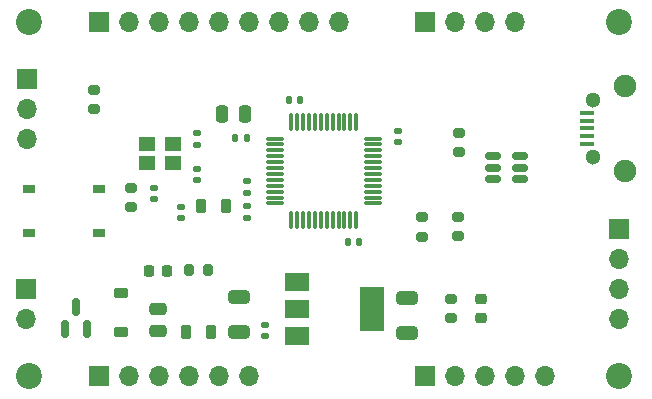
<source format=gbr>
%TF.GenerationSoftware,KiCad,Pcbnew,7.0.5*%
%TF.CreationDate,2023-08-08T21:03:55-06:00*%
%TF.ProjectId,STM32PlayBoard_v1,53544d33-3250-46c6-9179-426f6172645f,rev?*%
%TF.SameCoordinates,Original*%
%TF.FileFunction,Soldermask,Top*%
%TF.FilePolarity,Negative*%
%FSLAX46Y46*%
G04 Gerber Fmt 4.6, Leading zero omitted, Abs format (unit mm)*
G04 Created by KiCad (PCBNEW 7.0.5) date 2023-08-08 21:03:55*
%MOMM*%
%LPD*%
G01*
G04 APERTURE LIST*
G04 Aperture macros list*
%AMRoundRect*
0 Rectangle with rounded corners*
0 $1 Rounding radius*
0 $2 $3 $4 $5 $6 $7 $8 $9 X,Y pos of 4 corners*
0 Add a 4 corners polygon primitive as box body*
4,1,4,$2,$3,$4,$5,$6,$7,$8,$9,$2,$3,0*
0 Add four circle primitives for the rounded corners*
1,1,$1+$1,$2,$3*
1,1,$1+$1,$4,$5*
1,1,$1+$1,$6,$7*
1,1,$1+$1,$8,$9*
0 Add four rect primitives between the rounded corners*
20,1,$1+$1,$2,$3,$4,$5,0*
20,1,$1+$1,$4,$5,$6,$7,0*
20,1,$1+$1,$6,$7,$8,$9,0*
20,1,$1+$1,$8,$9,$2,$3,0*%
G04 Aperture macros list end*
%ADD10RoundRect,0.200000X-0.275000X0.200000X-0.275000X-0.200000X0.275000X-0.200000X0.275000X0.200000X0*%
%ADD11RoundRect,0.140000X-0.170000X0.140000X-0.170000X-0.140000X0.170000X-0.140000X0.170000X0.140000X0*%
%ADD12RoundRect,0.218750X0.218750X0.381250X-0.218750X0.381250X-0.218750X-0.381250X0.218750X-0.381250X0*%
%ADD13R,1.700000X1.700000*%
%ADD14O,1.700000X1.700000*%
%ADD15RoundRect,0.250000X0.650000X-0.325000X0.650000X0.325000X-0.650000X0.325000X-0.650000X-0.325000X0*%
%ADD16RoundRect,0.200000X-0.200000X-0.275000X0.200000X-0.275000X0.200000X0.275000X-0.200000X0.275000X0*%
%ADD17RoundRect,0.140000X0.140000X0.170000X-0.140000X0.170000X-0.140000X-0.170000X0.140000X-0.170000X0*%
%ADD18RoundRect,0.250000X-0.650000X0.325000X-0.650000X-0.325000X0.650000X-0.325000X0.650000X0.325000X0*%
%ADD19R,1.400000X1.150000*%
%ADD20RoundRect,0.150000X0.150000X-0.587500X0.150000X0.587500X-0.150000X0.587500X-0.150000X-0.587500X0*%
%ADD21RoundRect,0.140000X0.170000X-0.140000X0.170000X0.140000X-0.170000X0.140000X-0.170000X-0.140000X0*%
%ADD22RoundRect,0.218750X-0.256250X0.218750X-0.256250X-0.218750X0.256250X-0.218750X0.256250X0.218750X0*%
%ADD23C,2.200000*%
%ADD24RoundRect,0.250000X0.250000X0.475000X-0.250000X0.475000X-0.250000X-0.475000X0.250000X-0.475000X0*%
%ADD25R,1.000000X0.750000*%
%ADD26RoundRect,0.140000X-0.140000X-0.170000X0.140000X-0.170000X0.140000X0.170000X-0.140000X0.170000X0*%
%ADD27RoundRect,0.218750X-0.218750X-0.381250X0.218750X-0.381250X0.218750X0.381250X-0.218750X0.381250X0*%
%ADD28R,1.250000X0.400000*%
%ADD29C,1.300000*%
%ADD30C,1.900000*%
%ADD31RoundRect,0.250000X0.475000X-0.250000X0.475000X0.250000X-0.475000X0.250000X-0.475000X-0.250000X0*%
%ADD32RoundRect,0.218750X-0.218750X-0.256250X0.218750X-0.256250X0.218750X0.256250X-0.218750X0.256250X0*%
%ADD33RoundRect,0.200000X0.275000X-0.200000X0.275000X0.200000X-0.275000X0.200000X-0.275000X-0.200000X0*%
%ADD34R,2.000000X1.500000*%
%ADD35R,2.000000X3.800000*%
%ADD36RoundRect,0.150000X0.512500X0.150000X-0.512500X0.150000X-0.512500X-0.150000X0.512500X-0.150000X0*%
%ADD37RoundRect,0.225000X0.375000X-0.225000X0.375000X0.225000X-0.375000X0.225000X-0.375000X-0.225000X0*%
%ADD38RoundRect,0.075000X-0.662500X-0.075000X0.662500X-0.075000X0.662500X0.075000X-0.662500X0.075000X0*%
%ADD39RoundRect,0.075000X-0.075000X-0.662500X0.075000X-0.662500X0.075000X0.662500X-0.075000X0.662500X0*%
G04 APERTURE END LIST*
D10*
%TO.C,R6*%
X60390000Y-80495000D03*
X60390000Y-82145000D03*
%TD*%
D11*
%TO.C,C12*%
X36900000Y-79620000D03*
X36900000Y-80580000D03*
%TD*%
%TO.C,C6*%
X55290000Y-73180000D03*
X55290000Y-74140000D03*
%TD*%
D12*
%TO.C,FB2*%
X40762500Y-79600000D03*
X38637500Y-79600000D03*
%TD*%
D13*
%TO.C,J6*%
X30000000Y-64000000D03*
D14*
X32540000Y-64000000D03*
X35080000Y-64000000D03*
X37620000Y-64000000D03*
X40160000Y-64000000D03*
X42700000Y-64000000D03*
X45240000Y-64000000D03*
X47780000Y-64000000D03*
X50320000Y-64000000D03*
%TD*%
D15*
%TO.C,C2*%
X41810000Y-90215000D03*
X41810000Y-87265000D03*
%TD*%
D16*
%TO.C,R5*%
X37575000Y-85020000D03*
X39225000Y-85020000D03*
%TD*%
D10*
%TO.C,R7*%
X57280000Y-80525000D03*
X57280000Y-82175000D03*
%TD*%
D17*
%TO.C,C7*%
X52020000Y-82610000D03*
X51060000Y-82610000D03*
%TD*%
D10*
%TO.C,R3*%
X29540000Y-69735000D03*
X29540000Y-71385000D03*
%TD*%
D18*
%TO.C,C4*%
X56060000Y-87385000D03*
X56060000Y-90335000D03*
%TD*%
D19*
%TO.C,Y1*%
X36200000Y-74300000D03*
X34000000Y-74300000D03*
X34000000Y-75900000D03*
X36200000Y-75900000D03*
%TD*%
D20*
%TO.C,Q1*%
X27080000Y-89955000D03*
X28980000Y-89955000D03*
X28030000Y-88080000D03*
%TD*%
D13*
%TO.C,J2*%
X23830000Y-68810000D03*
D14*
X23830000Y-71350000D03*
X23830000Y-73890000D03*
%TD*%
D21*
%TO.C,C3*%
X44020000Y-90610000D03*
X44020000Y-89650000D03*
%TD*%
D22*
%TO.C,D2*%
X62350000Y-87462500D03*
X62350000Y-89037500D03*
%TD*%
D23*
%TO.C,H2*%
X24000000Y-94000000D03*
%TD*%
D24*
%TO.C,C5*%
X42310000Y-71790000D03*
X40410000Y-71790000D03*
%TD*%
D13*
%TO.C,J8*%
X30000000Y-94000000D03*
D14*
X32540000Y-94000000D03*
X35080000Y-94000000D03*
X37620000Y-94000000D03*
X40160000Y-94000000D03*
X42700000Y-94000000D03*
%TD*%
D25*
%TO.C,S1*%
X24000000Y-78125000D03*
X30000000Y-78125000D03*
X24000000Y-81875000D03*
X30000000Y-81875000D03*
%TD*%
D26*
%TO.C,C8*%
X46020000Y-70560000D03*
X46980000Y-70560000D03*
%TD*%
D27*
%TO.C,FB1*%
X37317500Y-90210000D03*
X39442500Y-90210000D03*
%TD*%
D23*
%TO.C,H1*%
X74000000Y-64000000D03*
%TD*%
D28*
%TO.C,J3*%
X71300000Y-74300000D03*
X71300000Y-73650000D03*
X71300000Y-73000000D03*
X71300000Y-72350000D03*
X71300000Y-71700000D03*
D29*
X71820000Y-75425000D03*
X71820000Y-70575000D03*
D30*
X74500000Y-76625000D03*
X74500000Y-69375000D03*
%TD*%
D31*
%TO.C,C1*%
X34940000Y-90190000D03*
X34940000Y-88290000D03*
%TD*%
D11*
%TO.C,C15*%
X38230000Y-76440000D03*
X38230000Y-77400000D03*
%TD*%
D32*
%TO.C,D3*%
X34162500Y-85040000D03*
X35737500Y-85040000D03*
%TD*%
D21*
%TO.C,C14*%
X38270000Y-74380000D03*
X38270000Y-73420000D03*
%TD*%
D33*
%TO.C,R1*%
X59800000Y-89057500D03*
X59800000Y-87407500D03*
%TD*%
%TO.C,R2*%
X32700000Y-79655000D03*
X32700000Y-78005000D03*
%TD*%
D23*
%TO.C,H3*%
X24000000Y-64000000D03*
%TD*%
D21*
%TO.C,C10*%
X42500000Y-78450000D03*
X42500000Y-77490000D03*
%TD*%
D10*
%TO.C,R4*%
X60420000Y-73375000D03*
X60420000Y-75025000D03*
%TD*%
D13*
%TO.C,J4*%
X74000000Y-81500000D03*
D14*
X74000000Y-84040000D03*
X74000000Y-86580000D03*
X74000000Y-89120000D03*
%TD*%
D21*
%TO.C,C13*%
X34650000Y-78980000D03*
X34650000Y-78020000D03*
%TD*%
D34*
%TO.C,U1*%
X46750000Y-86000000D03*
X46750000Y-88300000D03*
D35*
X53050000Y-88300000D03*
D34*
X46750000Y-90600000D03*
%TD*%
D13*
%TO.C,J1*%
X23780000Y-86590000D03*
D14*
X23780000Y-89130000D03*
%TD*%
D36*
%TO.C,U3*%
X65617500Y-77270000D03*
X65617500Y-76320000D03*
X65617500Y-75370000D03*
X63342500Y-75370000D03*
X63342500Y-76320000D03*
X63342500Y-77270000D03*
%TD*%
D11*
%TO.C,C11*%
X42500000Y-79600000D03*
X42500000Y-80560000D03*
%TD*%
D37*
%TO.C,D1*%
X31870000Y-90247500D03*
X31870000Y-86947500D03*
%TD*%
D23*
%TO.C,H4*%
X74000000Y-94000000D03*
%TD*%
D13*
%TO.C,J5*%
X57600000Y-64000000D03*
D14*
X60140000Y-64000000D03*
X62680000Y-64000000D03*
X65220000Y-64000000D03*
%TD*%
D17*
%TO.C,C9*%
X42480000Y-73800000D03*
X41520000Y-73800000D03*
%TD*%
D13*
%TO.C,J7*%
X57600000Y-94000000D03*
D14*
X60140000Y-94000000D03*
X62680000Y-94000000D03*
X65220000Y-94000000D03*
X67760000Y-94000000D03*
%TD*%
D38*
%TO.C,U2*%
X44837500Y-73850000D03*
X44837500Y-74350000D03*
X44837500Y-74850000D03*
X44837500Y-75350000D03*
X44837500Y-75850000D03*
X44837500Y-76350000D03*
X44837500Y-76850000D03*
X44837500Y-77350000D03*
X44837500Y-77850000D03*
X44837500Y-78350000D03*
X44837500Y-78850000D03*
X44837500Y-79350000D03*
D39*
X46250000Y-80762500D03*
X46750000Y-80762500D03*
X47250000Y-80762500D03*
X47750000Y-80762500D03*
X48250000Y-80762500D03*
X48750000Y-80762500D03*
X49250000Y-80762500D03*
X49750000Y-80762500D03*
X50250000Y-80762500D03*
X50750000Y-80762500D03*
X51250000Y-80762500D03*
X51750000Y-80762500D03*
D38*
X53162500Y-79350000D03*
X53162500Y-78850000D03*
X53162500Y-78350000D03*
X53162500Y-77850000D03*
X53162500Y-77350000D03*
X53162500Y-76850000D03*
X53162500Y-76350000D03*
X53162500Y-75850000D03*
X53162500Y-75350000D03*
X53162500Y-74850000D03*
X53162500Y-74350000D03*
X53162500Y-73850000D03*
D39*
X51750000Y-72437500D03*
X51250000Y-72437500D03*
X50750000Y-72437500D03*
X50250000Y-72437500D03*
X49750000Y-72437500D03*
X49250000Y-72437500D03*
X48750000Y-72437500D03*
X48250000Y-72437500D03*
X47750000Y-72437500D03*
X47250000Y-72437500D03*
X46750000Y-72437500D03*
X46250000Y-72437500D03*
%TD*%
M02*

</source>
